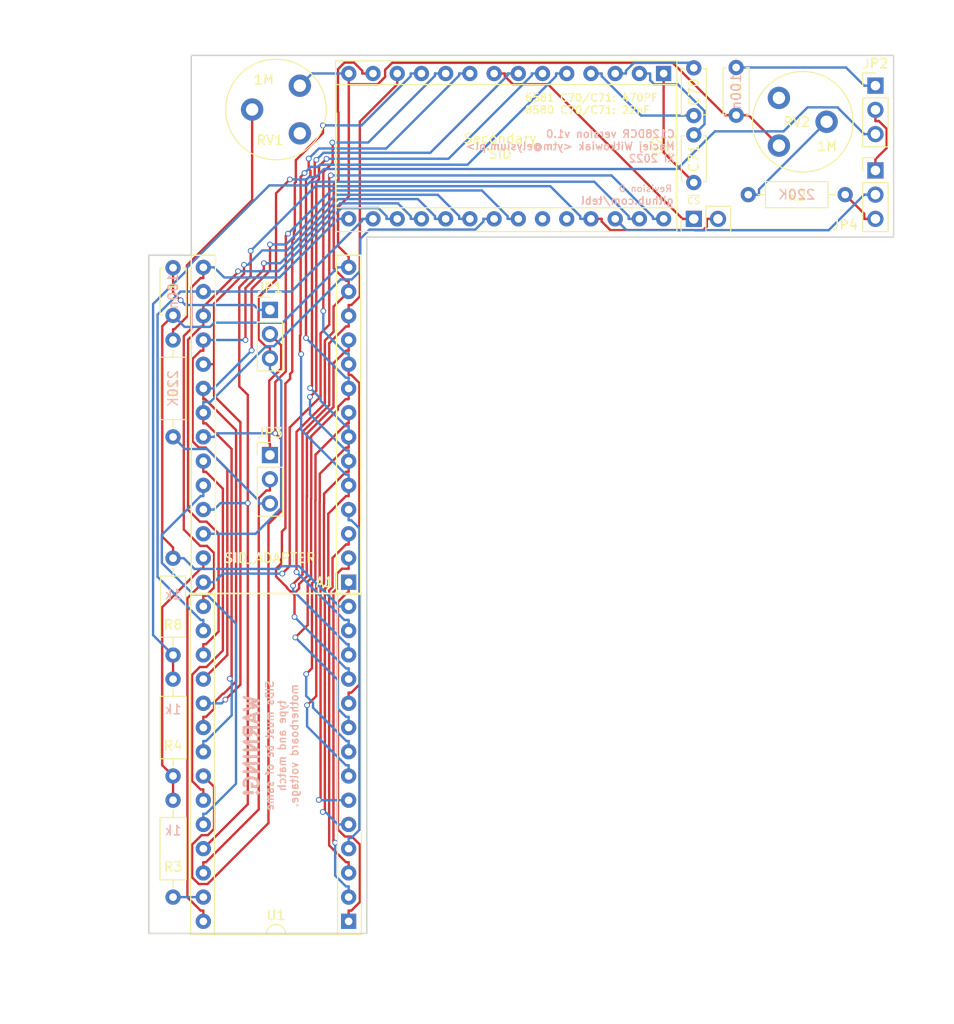
<source format=kicad_pcb>
(kicad_pcb (version 20211014) (generator pcbnew)
  (title_block (title "C128DCR DualSID") (date "2022-11-19") (rev "D"))
  (layers (0 "F.Cu" signal) (31 "B.Cu" signal) (34 "B.Paste" user) (35 "F.Paste" user) (36 "B.SilkS" user "B.Silkscreen") (37 "F.SilkS" user "F.Silkscreen") (38 "B.Mask" user) (39 "F.Mask" user) (44 "Edge.Cuts" user))
  (net 0 "")
  (net 1 "/CAP_1A")
  (net 2 "/D6")
  (net 3 "/CAP_1B")
  (net 4 "/D7")
  (net 5 "/CAP_2A")
  (net 6 "/POT_Y")
  (net 7 "/CAP_2B")
  (net 8 "/POT_X")
  (net 9 "/~{RESET}")
  (net 10 "VCC")
  (net 11 "/Phi2")
  (net 12 "/EXT_IN")
  (net 13 "VDD")
  (net 14 "/A0")
  (net 15 "/A1")
  (net 16 "/A2")
  (net 17 "/A3")
  (net 18 "/A4")
  (net 19 "GND")
  (net 20 "/D0")
  (net 21 "/D1")
  (net 22 "/D2")
  (net 23 "/D3")
  (net 24 "/D4")
  (net 25 "/D5")
  (net 26 "Net-(C70-Pad1)")
  (net 27 "Net-(C70-Pad2)")
  (net 28 "Net-(C71-Pad1)")
  (net 29 "Net-(C71-Pad2)")
  (net 30 "R{slash}~{W}")
  (net 31 "EXT_IN1")
  (net 34 "~{CS1_IN}")
  (net 35 "~{CS2_IN}")
  (net 36 "EXT_IN2")
  (net 37 "AUD_OUT")
  (net 38 "AUD_R")
  (net 39 "AUD_L")
  (net 40 "Net-(JP3-Pad1)")
  (net 41 "Net-(JP2-Pad1)")
  (net 42 "Net-(JP2-Pad2)")
  (net 43 "Net-(R1-Pad1)")
  (net 44 "Net-(JP4-Pad3)")
  (net 45 "Net-(R1-Pad2)")
  (net 46 "Net-(R2-Pad2)")
  (net 49 "Net-(C1-Pad1)")
  (footprint "MOS_6581:MOS_6581_Adapter" (layer "F.Cu") (at 121.92 123.19 180)
    (fp_text reference "A1")
    (fp_text value "SID_ADAPTER")
  )
  (footprint "Capacitors_THT:C_Disc_D4.7mm_W2.5mm_P5.00mm" (layer "F.Cu") (at 158.115 69.255 -90)
    (fp_text reference "C70")
    (fp_text value "470pF*")
  )
  (footprint "Capacitors_THT:C_Disc_D4.7mm_W2.5mm_P5.00mm" (layer "F.Cu") (at 158.115 81.28 90)
    (fp_text reference "C71")
    (fp_text value "470pF*")
  )
  (footprint "Resistors_THT:R_Axial_DIN0207_L6.3mm_D2.5mm_P10.16mm_Horizontal" (layer "F.Cu") (at 103.505 130.83 90)
    (fp_text reference "R8")
    (fp_text value "1k")
  )
  (footprint "Housings_DIP:DIP-28_W15.24mm_Socket" (layer "F.Cu") (at 121.92 158.75 180)
    (fp_text reference "U1")
    (fp_text value "MOS_6581")
  )
  (footprint "Housings_DIP:DIP-28_W15.24mm_Socket" (layer "F.Cu") (at 154.955 69.845 -90)
    (fp_text reference "U2")
    (fp_text value "MOS_6581")
  )
  (footprint "Pin_Headers:Pin_Header_Straight_1x02_Pitch2.54mm" (layer "F.Cu") (at 158.115 85.09 90)
    (fp_text reference "J4")
    (fp_text value "~{CS}")
  )
  (footprint "Connector_PinHeader_2.54mm:PinHeader_1x03_P2.54mm_Vertical" (layer "F.Cu") (at 113.665 94.63)
    (fp_text reference "JP1")
    (fp_text value "SEL1_Noise_reduction")
  )
  (footprint "Resistor_THT:R_Axial_DIN0207_L6.3mm_D2.5mm_P10.16mm_Horizontal" (layer "F.Cu") (at 103.505 107.95 90)
    (fp_text reference "R1")
    (fp_text value "220K")
  )
  (footprint "Resistor_THT:R_Axial_DIN0207_L6.3mm_D2.5mm_P10.16mm_Horizontal" (layer "F.Cu") (at 173.99 82.55 180)
    (fp_text reference "R2")
    (fp_text value "220K")
  )
  (footprint "Resistor_THT:R_Axial_DIN0207_L6.3mm_D2.5mm_P10.16mm_Horizontal" (layer "F.Cu") (at 103.505 146.05 -90)
    (fp_text reference "R3")
    (fp_text value "1k")
  )
  (footprint "Resistor_THT:R_Axial_DIN0207_L6.3mm_D2.5mm_P10.16mm_Horizontal" (layer "F.Cu") (at 103.505 143.51 90)
    (fp_text reference "R4")
    (fp_text value "1k")
  )
  (footprint "Potentiometer_THT:Potentiometer_Piher_PT-10-V05_Vertical" (layer "F.Cu") (at 116.8 71.12 180)
    (fp_text reference "RV1")
    (fp_text value "1M")
  )
  (footprint "Connector_PinHeader_2.54mm:PinHeader_1x03_P2.54mm_Vertical" (layer "F.Cu") (at 113.665 109.855)
    (fp_text reference "JP3")
    (fp_text value "SEL1_digitboost")
  )
  (footprint "Connector_PinHeader_2.54mm:PinHeader_1x03_P2.54mm_Vertical" (layer "F.Cu") (at 177.165 71.12)
    (fp_text reference "JP2")
    (fp_text value "SEL2_Noise_reduction")
  )
  (footprint "Capacitor_THT:C_Disc_D4.7mm_W2.5mm_P5.00mm" (layer "F.Cu") (at 162.56 69.215 -90)
    (fp_text reference "C2")
    (fp_text value "100n")
  )
  (footprint "MountingHole:MountingHole_2.5mm" (layer "F.Cu") (at 161.925 78.105)
    (fp_text reference "REF1")
    (fp_text value "MountingHole_2.5mm" hide)
  )
  (footprint "Capacitor_THT:C_Disc_D4.7mm_W2.5mm_P5.00mm" (layer "F.Cu") (at 103.505 90.21 -90)
    (fp_text reference "C1")
    (fp_text value "100n")
  )
  (footprint "MountingHole:MountingHole_2.5mm" (layer "F.Cu") (at 114.3 154.94)
    (fp_text reference "REF2")
    (fp_text value "MountingHole_2.5mm" hide)
  )
  (footprint "Connector_PinHeader_2.54mm:PinHeader_1x03_P2.54mm_Vertical" (layer "F.Cu") (at 177.165 80.01)
    (fp_text reference "JP4")
    (fp_text value "SEL2_digitboost")
  )
  (footprint "Potentiometer_THT:Potentiometer_Piher_PT-10-V05_Vertical" (layer "F.Cu") (at 167.045 77.405)
    (fp_text reference "RV2")
    (fp_text value "1M")
  )
  (gr_line (start 105.41 88.9) (end 105.41 67.945) (layer "Edge.Cuts") (width 0.15))
  (gr_line (start 179.07 86.995) (end 179.07 67.945) (layer "Edge.Cuts") (width 0.15))
  (gr_line (start 179.07 67.945) (end 105.41 67.945) (layer "Edge.Cuts") (width 0.15))
  (gr_line (start 100.965 160.02) (end 100.965 88.9) (layer "Edge.Cuts") (width 0.15))
  (gr_line (start 100.965 88.9) (end 105.41 88.9) (layer "Edge.Cuts") (width 0.15))
  (gr_line (start 123.825 160.02) (end 123.825 86.995) (layer "Edge.Cuts") (width 0.15))
  (gr_line (start 123.825 160.02) (end 100.965 160.02) (layer "Edge.Cuts") (width 0.15))
  (gr_line (start 123.825 86.995) (end 179.07 86.995) (layer "Edge.Cuts") (width 0.15))
  (gr_text "github.com/tebl" (at 151.13 83.185) (layer "B.SilkS") (effects (font (size 0.8 0.8)) (justify mirror)))
  (gr_text "WARNING!" (at 111.76 140.335 90) (layer "B.SilkS") (effects (font (size 1.5 1.5) (thickness 0.3)) (justify mirror)))
  (gr_text "Revision D" (at 153.035 81.915) (layer "B.SilkS") (effects (font (size 0.7 0.7) (thickness 0.1)) (justify mirror)))
  (gr_text "C128DCR version v1.0\nMaciej Witkowiak <ytm@elysium.pl>\nXI 2022" (at 156.21 77.47) (layer "B.SilkS") (effects (font (size 0.8 0.8)) (justify left mirror)))
  (gr_text "SIDs must be of same\ntype and match\nmotherboard voltage." (at 114.935 140.335 90) (layer "B.SilkS") (effects (font (size 0.8 0.8)) (justify mirror)))
  (gr_text "Secondary\nSID" (at 137.795 77.47) (layer "F.SilkS") (effects (font (size 1 1))))
  (gr_text "6581 C70/C71: 470PF\n8580 C70/C71: 22nF" (at 140.335 73.025) (layer "F.SilkS") (effects (font (size 0.8 0.8)) (justify left)))
  (segment (start 121.7272 124.3153) (end 121.92 124.3153) (width 0.25) (layer "F.Cu") (net 1))
  (segment (start 120.7947 125.2478) (end 121.7272 124.3153) (width 0.25) (layer "F.Cu") (net 1))
  (segment (start 120.7947 149.126) (end 120.7947 125.2478) (width 0.25) (layer "F.Cu") (net 1))
  (segment (start 121.92 123.19) (end 121.92 124.3153) (width 0.25) (layer "F.Cu") (net 1))
  (segment (start 121.5287 149.86) (end 120.7947 149.126) (width 0.25) (layer "F.Cu") (net 1))
  (segment (start 123.0897 150.694) (end 122.2557 149.86) (width 0.25) (layer "F.Cu") (net 1))
  (segment (start 122.2557 149.86) (end 121.5287 149.86) (width 0.25) (layer "F.Cu") (net 1))
  (segment (start 122.2013 157.6247) (end 123.0897 156.7363) (width 0.25) (layer "F.Cu") (net 1))
  (segment (start 121.92 158.75) (end 121.92 157.6247) (width 0.25) (layer "F.Cu") (net 1))
  (segment (start 123.0897 156.7363) (end 123.0897 150.694) (width 0.25) (layer "F.Cu") (net 1))
  (segment (start 121.92 157.6247) (end 122.2013 157.6247) (width 0.25) (layer "F.Cu") (net 1))
  (segment (start 106.9613 106.5353) (end 109.6442 109.2182) (width 0.25) (layer "F.Cu") (net 2))
  (segment (start 109.6442 133.1122) (end 109.4552 133.3012) (width 0.25) (layer "F.Cu") (net 2))
  (segment (start 106.68 106.5353) (end 106.9613 106.5353) (width 0.25) (layer "F.Cu") (net 2))
  (segment (start 109.6442 109.2182) (end 109.6442 133.1122) (width 0.25) (layer "F.Cu") (net 2))
  (segment (start 106.68 105.41) (end 106.68 106.5353) (width 0.25) (layer "F.Cu") (net 2))
  (via (at 109.4552 133.3012) (size 0.6) (drill 0.4) (layers "F.Cu" "B.Cu") (net 2))
  (segment (start 106.9613 139.8447) (end 109.6535 137.1525) (width 0.25) (layer "B.Cu") (net 2))
  (segment (start 106.68 105.41) (end 106.68 104.2847) (width 0.25) (layer "B.Cu") (net 2))
  (segment (start 122.242 91.44) (end 121.0748 91.44) (width 0.25) (layer "B.Cu") (net 2))
  (segment (start 114.0748 98.44) (end 113.2567 98.44) (width 0.25) (layer "B.Cu") (net 2))
  (segment (start 106.68 140.97) (end 106.68 139.8447) (width 0.25) (layer "B.Cu") (net 2))
  (segment (start 136.0497 85.085) (end 136.0497 85.3664) (width 0.25) (layer "B.Cu") (net 2))
  (segment (start 107.412 104.2847) (end 106.68 104.2847) (width 0.25) (layer "B.Cu") (net 2))
  (segment (start 135.2058 86.2103) (end 124.1172 86.2103) (width 0.25) (layer "B.Cu") (net 2))
  (segment (start 137.175 85.085) (end 136.0497 85.085) (width 0.25) (layer "B.Cu") (net 2))
  (segment (start 113.2567 98.44) (end 107.412 104.2847) (width 0.25) (layer "B.Cu") (net 2))
  (segment (start 123.1431 87.1844) (end 123.1431 90.5389) (width 0.25) (layer "B.Cu") (net 2))
  (segment (start 109.6535 133.4995) (end 109.4552 133.3012) (width 0.25) (layer "B.Cu") (net 2))
  (segment (start 123.1431 90.5389) (end 122.242 91.44) (width 0.25) (layer "B.Cu") (net 2))
  (segment (start 124.1172 86.2103) (end 123.1431 87.1844) (width 0.25) (layer "B.Cu") (net 2))
  (segment (start 136.0497 85.3664) (end 135.2058 86.2103) (width 0.25) (layer "B.Cu") (net 2))
  (segment (start 109.6535 137.1525) (end 109.6535 133.4995) (width 0.25) (layer "B.Cu") (net 2))
  (segment (start 106.68 139.8447) (end 106.9613 139.8447) (width 0.25) (layer "B.Cu") (net 2))
  (segment (start 121.0748 91.44) (end 114.0748 98.44) (width 0.25) (layer "B.Cu") (net 2))
  (segment (start 120.6819 122.31) (end 121.2166 121.7753) (width 0.25) (layer "F.Cu") (net 3))
  (segment (start 120.5063 150.5008) (end 120.3251 150.3196) (width 0.25) (layer "F.Cu") (net 3))
  (segment (start 121.92 120.65) (end 121.92 121.7753) (width 0.25) (layer "F.Cu") (net 3))
  (segment (start 120.3251 124.2404) (end 120.6819 123.8836) (width 0.25) (layer "F.Cu") (net 3))
  (segment (start 121.2166 121.7753) (end 121.92 121.7753) (width 0.25) (layer "F.Cu") (net 3))
  (segment (start 120.3251 150.3196) (end 120.3251 124.2404) (width 0.25) (layer "F.Cu") (net 3))
  (segment (start 120.6819 123.8836) (end 120.6819 122.31) (width 0.25) (layer "F.Cu") (net 3))
  (via (at 120.5063 150.5008) (size 0.6) (drill 0.4) (layers "F.Cu" "B.Cu") (net 3))
  (segment (start 121.92 155.0847) (end 121.6387 155.0847) (width 0.25) (layer "B.Cu") (net 3))
  (segment (start 120.5063 153.9523) (end 120.5063 150.5008) (width 0.25) (layer "B.Cu") (net 3))
  (segment (start 121.6387 155.0847) (end 120.5063 153.9523) (width 0.25) (layer "B.Cu") (net 3))
  (segment (start 121.92 156.21) (end 121.92 155.0847) (width 0.25) (layer "B.Cu") (net 3))
  (segment (start 107.8054 149.0586) (end 107.1486 149.7154) (width 0.25) (layer "F.Cu") (net 4))
  (segment (start 106.68 143.51) (end 107.8054 144.6354) (width 0.25) (layer "F.Cu") (net 4))
  (segment (start 114.8403 115.7561) (end 114.8403 108.188) (width 0.25) (layer "F.Cu") (net 4))
  (segment (start 113.5094 148.4506) (end 113.5094 117.087) (width 0.25) (layer "F.Cu") (net 4))
  (segment (start 106.2059 154.8401) (end 107.1199 154.8401) (width 0.25) (layer "F.Cu") (net 4))
  (segment (start 105.5065 154.1407) (end 106.2059 154.8401) (width 0.25) (layer "F.Cu") (net 4))
  (segment (start 114.2268 102.192) (end 114.2268 107.5745) (width 0.25) (layer "F.Cu") (net 4))
  (segment (start 115.3308 101.088) (end 114.2268 102.192) (width 0.25) (layer "F.Cu") (net 4))
  (segment (start 115.5593 86.6422) (end 115.3308 86.8707) (width 0.25) (layer "F.Cu") (net 4))
  (segment (start 114.8403 108.188) (end 114.2268 107.5745) (width 0.25) (layer "F.Cu") (net 4))
  (segment (start 106.4946 149.7154) (end 105.5065 150.7035) (width 0.25) (layer "F.Cu") (net 4))
  (segment (start 107.1199 154.8401) (end 113.5094 148.4506) (width 0.25) (layer "F.Cu") (net 4))
  (segment (start 107.8054 144.6354) (end 107.8054 149.0586) (width 0.25) (layer "F.Cu") (net 4))
  (segment (start 107.1486 149.7154) (end 106.4946 149.7154) (width 0.25) (layer "F.Cu") (net 4))
  (segment (start 113.5094 117.087) (end 114.8403 115.7561) (width 0.25) (layer "F.Cu") (net 4))
  (segment (start 105.5065 150.7035) (end 105.5065 154.1407) (width 0.25) (layer "F.Cu") (net 4))
  (segment (start 115.3308 86.8707) (end 115.3308 101.088) (width 0.25) (layer "F.Cu") (net 4))
  (via (at 115.5593 86.6422) (size 0.6) (drill 0.4) (layers "F.Cu" "B.Cu") (net 4))
  (via (at 114.2268 107.5745) (size 0.6) (drill 0.4) (layers "F.Cu" "B.Cu") (net 4))
  (segment (start 106.68 107.95) (end 107.8053 107.95) (width 0.25) (layer "B.Cu") (net 4))
  (segment (start 139.715 85.085) (end 138.5897 85.085) (width 0.25) (layer "B.Cu") (net 4))
  (segment (start 114.2268 107.5745) (end 108.1808 107.5745) (width 0.25) (layer "B.Cu") (net 4))
  (segment (start 135.8967 82.1107) (end 138.5897 84.8037) (width 0.25) (layer "B.Cu") (net 4))
  (segment (start 108.1808 107.5745) (end 107.8053 107.95) (width 0.25) (layer "B.Cu") (net 4))
  (segment (start 115.5593 86.6422) (end 120.0908 82.1107) (width 0.25) (layer "B.Cu") (net 4))
  (segment (start 138.5897 84.8037) (end 138.5897 85.085) (width 0.25) (layer "B.Cu") (net 4))
  (segment (start 120.0908 82.1107) (end 135.8967 82.1107) (width 0.25) (layer "B.Cu") (net 4))
  (segment (start 120.2316 120.6424) (end 121.6387 119.2353) (width 0.25) (layer "F.Cu") (net 5))
  (segment (start 121.92 118.11) (end 121.92 119.2353) (width 0.25) (layer "F.Cu") (net 5))
  (segment (start 121.6387 152.5447) (end 119.8748 150.7808) (width 0.25) (layer "F.Cu") (net 5))
  (segment (start 120.2316 123.697) (end 120.2316 120.6424) (width 0.25) (layer "F.Cu") (net 5))
  (segment (start 119.8748 150.7808) (end 119.8748 124.0538) (width 0.25) (layer "F.Cu") (net 5))
  (segment (start 121.92 152.5447) (end 121.6387 152.5447) (width 0.25) (layer "F.Cu") (net 5))
  (segment (start 121.92 153.67) (end 121.92 152.5447) (width 0.25) (layer "F.Cu") (net 5))
  (segment (start 119.8748 124.0538) (end 120.2316 123.697) (width 0.25) (layer "F.Cu") (net 5))
  (segment (start 121.6387 119.2353) (end 121.92 119.2353) (width 0.25) (layer "F.Cu") (net 5))
  (segment (start 108.7281 113.3821) (end 108.7281 130.354) (width 0.25) (layer "F.Cu") (net 6))
  (segment (start 108.7281 130.354) (end 107.0021 132.08) (width 0.25) (layer "F.Cu") (net 6))
  (segment (start 106.3141 132.08) (end 105.5063 132.8878) (width 0.25) (layer "F.Cu") (net 6))
  (segment (start 106.3987 144.9247) (end 106.68 144.9247) (width 0.25) (layer "F.Cu") (net 6))
  (segment (start 106.68 110.49) (end 106.68 111.6153) (width 0.25) (layer "F.Cu") (net 6))
  (segment (start 106.68 111.6153) (end 106.9613 111.6153) (width 0.25) (layer "F.Cu") (net 6))
  (segment (start 105.5063 132.8878) (end 105.5063 144.0323) (width 0.25) (layer "F.Cu") (net 6))
  (segment (start 105.5063 144.0323) (end 106.3987 144.9247) (width 0.25) (layer "F.Cu") (net 6))
  (segment (start 106.9613 111.6153) (end 108.7281 113.3821) (width 0.25) (layer "F.Cu") (net 6))
  (segment (start 107.0021 132.08) (end 106.3141 132.08) (width 0.25) (layer "F.Cu") (net 6))
  (segment (start 106.68 146.05) (end 106.68 144.9247) (width 0.25) (layer "F.Cu") (net 6))
  (segment (start 121.92 115.57) (end 121.92 116.6953) (width 0.25) (layer "B.Cu") (net 7))
  (segment (start 121.92 151.13) (end 121.92 150.0047) (width 0.25) (layer "B.Cu") (net 7))
  (segment (start 123.0453 149.1607) (end 123.0453 117.5392) (width 0.25) (layer "B.Cu") (net 7))
  (segment (start 122.2013 150.0047) (end 123.0453 149.1607) (width 0.25) (layer "B.Cu") (net 7))
  (segment (start 121.92 150.0047) (end 122.2013 150.0047) (width 0.25) (layer "B.Cu") (net 7))
  (segment (start 123.0453 117.5392) (end 122.2014 116.6953) (width 0.25) (layer "B.Cu") (net 7))
  (segment (start 122.2014 116.6953) (end 121.92 116.6953) (width 0.25) (layer "B.Cu") (net 7))
  (segment (start 106.3987 114.1553) (end 106.68 114.1553) (width 0.25) (layer "B.Cu") (net 8))
  (segment (start 102.3309 118.2231) (end 106.3987 114.1553) (width 0.25) (layer "B.Cu") (net 8))
  (segment (start 110.1066 144.3194) (end 110.1066 127.5409) (width 0.25) (layer "B.Cu") (net 8))
  (segment (start 102.3309 121.164) (end 102.3309 118.2231) (width 0.25) (layer "B.Cu") (net 8))
  (segment (start 106.68 113.03) (end 106.68 114.1553) (width 0.25) (layer "B.Cu") (net 8))
  (segment (start 106.9613 147.4647) (end 110.1066 144.3194) (width 0.25) (layer "B.Cu") (net 8))
  (segment (start 106.68 148.59) (end 106.68 147.4647) (width 0.25) (layer "B.Cu") (net 8))
  (segment (start 110.1066 127.5409) (end 107.0257 124.46) (width 0.25) (layer "B.Cu") (net 8))
  (segment (start 105.6269 124.46) (end 102.3309 121.164) (width 0.25) (layer "B.Cu") (net 8))
  (segment (start 107.0257 124.46) (end 105.6269 124.46) (width 0.25) (layer "B.Cu") (net 8))
  (segment (start 106.68 147.4647) (end 106.9613 147.4647) (width 0.25) (layer "B.Cu") (net 8))
  (segment (start 116.8845 80.6864) (end 116.8845 97.2574) (width 0.25) (layer "F.Cu") (net 9))
  (segment (start 116.8241 99.1601) (end 116.9355 99.2715) (width 0.25) (layer "F.Cu") (net 9))
  (segment (start 117.2876 80.2833) (end 116.8845 80.6864) (width 0.25) (layer "F.Cu") (net 9))
  (segment (start 121.92 113.03) (end 121.92 114.1553) (width 0.25) (layer "F.Cu") (net 9))
  (segment (start 119.7813 116.0126) (end 121.6386 114.1553) (width 0.25) (layer "F.Cu") (net 9))
  (segment (start 121.6386 114.1553) (end 121.92 114.1553) (width 0.25) (layer "F.Cu") (net 9))
  (segment (start 119.4245 123.8672) (end 119.7813 123.5104) (width 0.25) (layer "F.Cu") (net 9))
  (segment (start 116.8241 97.3178) (end 116.8241 99.1601) (width 0.25) (layer "F.Cu") (net 9))
  (segment (start 119.2109 147.2816) (end 119.4245 147.068) (width 0.25) (layer "F.Cu") (net 9))
  (segment (start 119.4245 147.068) (end 119.4245 123.8672) (width 0.25) (layer "F.Cu") (net 9))
  (segment (start 119.7813 123.5104) (end 119.7813 116.0126) (width 0.25) (layer "F.Cu") (net 9))
  (segment (start 116.8845 97.2574) (end 116.8241 97.3178) (width 0.25) (layer "F.Cu") (net 9))
  (via (at 119.2109 147.2816) (size 0.6) (drill 0.4) (layers "F.Cu" "B.Cu") (net 9))
  (via (at 117.2876 80.2833) (size 0.6) (drill 0.4) (layers "F.Cu" "B.Cu") (net 9))
  (via (at 116.9355 99.2715) (size 0.6) (drill 0.4) (layers "F.Cu" "B.Cu") (net 9))
  (segment (start 134.3871 79.4089) (end 143.6697 70.1263) (width 0.25) (layer "B.Cu") (net 9))
  (segment (start 144.795 69.845) (end 143.6697 69.845) (width 0.25) (layer "B.Cu") (net 9))
  (segment (start 120.7947 148.59) (end 119.4863 147.2816) (width 0.25) (layer "B.Cu") (net 9))
  (segment (start 121.6387 111.9047) (end 121.92 111.9047) (width 0.25) (layer "B.Cu") (net 9))
  (segment (start 117.2876 80.2833) (end 117.9367 79.6342) (width 0.25) (layer "B.Cu") (net 9))
  (segment (start 121.92 148.59) (end 120.7947 148.59) (width 0.25) (layer "B.Cu") (net 9))
  (segment (start 116.9355 107.2015) (end 121.6387 111.9047) (width 0.25) (layer "B.Cu") (net 9))
  (segment (start 117.9367 79.6342) (end 118.6837 79.6342) (width 0.25) (layer "B.Cu") (net 9))
  (segment (start 121.92 113.03) (end 121.92 111.9047) (width 0.25) (layer "B.Cu") (net 9))
  (segment (start 118.909 79.4089) (end 134.3871 79.4089) (width 0.25) (layer "B.Cu") (net 9))
  (segment (start 116.9355 99.2715) (end 116.9355 107.2015) (width 0.25) (layer "B.Cu") (net 9))
  (segment (start 143.6697 70.1263) (end 143.6697 69.845) (width 0.25) (layer "B.Cu") (net 9))
  (segment (start 118.6837 79.6342) (end 118.909 79.4089) (width 0.25) (layer "B.Cu") (net 9))
  (segment (start 119.4863 147.2816) (end 119.2109 147.2816) (width 0.25) (layer "B.Cu") (net 9))
  (segment (start 159.1025 86.2752) (end 149.3692 86.2752) (width 0.25) (layer "F.Cu") (net 10))
  (segment (start 110.4493 102.6557) (end 111.3443 103.5507) (width 0.25) (layer "F.Cu") (net 10))
  (segment (start 159.4797 85.898) (end 159.1025 86.2752) (width 0.25) (layer "F.Cu") (net 10))
  (segment (start 147.335 85.085) (end 148.4603 85.085) (width 0.25) (layer "F.Cu") (net 10))
  (segment (start 149.3692 86.2752) (end 148.4603 85.3663) (width 0.25) (layer "F.Cu") (net 10))
  (segment (start 110.4493 92.2541) (end 110.4493 102.6557) (width 0.25) (layer "F.Cu") (net 10))
  (segment (start 106.68 151.13) (end 111.3443 146.4657) (width 0.25) (layer "F.Cu") (net 10))
  (segment (start 160.655 85.09) (end 159.4797 85.09) (width 0.25) (layer "F.Cu") (net 10))
  (segment (start 111.3443 103.5507) (end 111.3443 114.8979) (width 0.25) (layer "F.Cu") (net 10))
  (segment (start 111.6456 91.0578) (end 110.4493 92.2541) (width 0.25) (layer "F.Cu") (net 10))
  (segment (start 111.6456 88.4398) (end 111.6456 91.0578) (width 0.25) (layer "F.Cu") (net 10))
  (segment (start 111.3443 146.4657) (end 111.3443 114.8979) (width 0.25) (layer "F.Cu") (net 10))
  (segment (start 148.4603 85.3663) (end 148.4603 85.085) (width 0.25) (layer "F.Cu") (net 10))
  (segment (start 159.4797 85.09) (end 159.4797 85.898) (width 0.25) (layer "F.Cu") (net 10))
  (via (at 111.3443 114.8979) (size 0.6) (drill 0.4) (layers "F.Cu" "B.Cu") (net 10))
  (via (at 111.6456 88.4398) (size 0.6) (drill 0.4) (layers "F.Cu" "B.Cu") (net 10))
  (segment (start 146.2097 84.8037) (end 143.0664 81.6604) (width 0.25) (layer "B.Cu") (net 10))
  (segment (start 118.425 81.6604) (end 111.6456 88.4398) (width 0.25) (layer "B.Cu") (net 10))
  (segment (start 106.68 115.57) (end 107.8053 115.57) (width 0.25) (layer "B.Cu") (net 10))
  (segment (start 146.2097 85.085) (end 146.2097 84.8037) (width 0.25) (layer "B.Cu") (net 10))
  (segment (start 111.3443 114.8979) (end 108.4774 114.8979) (width 0.25) (layer "B.Cu") (net 10))
  (segment (start 147.335 85.085) (end 146.2097 85.085) (width 0.25) (layer "B.Cu") (net 10))
  (segment (start 108.4774 114.8979) (end 107.8053 115.57) (width 0.25) (layer "B.Cu") (net 10))
  (segment (start 143.0664 81.6604) (end 118.425 81.6604) (width 0.25) (layer "B.Cu") (net 10))
  (segment (start 121.6387 111.6153) (end 121.92 111.6153) (width 0.25) (layer "F.Cu") (net 11))
  (segment (start 118.8135 79.57) (end 118.8135 80.9156) (width 0.25) (layer "F.Cu") (net 11))
  (segment (start 119.3437 113.9103) (end 121.6387 111.6153) (width 0.25) (layer "F.Cu") (net 11))
  (segment (start 119.331 114.9804) (end 119.3437 114.9677) (width 0.25) (layer "F.Cu") (net 11))
  (segment (start 119.331 123.3238) (end 119.331 114.9804) (width 0.25) (layer "F.Cu") (net 11))
  (segment (start 118.8135 80.9156) (end 118.5251 81.204) (width 0.25) (layer "F.Cu") (net 11))
  (segment (start 118.7864 146.0232) (end 118.9742 145.8354) (width 0.25) (layer "F.Cu") (net 11))
  (segment (start 119.6 78.7835) (end 118.8135 79.57) (width 0.25) (layer "F.Cu") (net 11))
  (segment (start 118.5251 81.204) (end 118.5251 103.0966) (width 0.25) (layer "F.Cu") (net 11))
  (segment (start 118.9742 123.6806) (end 119.331 123.3238) (width 0.25) (layer "F.Cu") (net 11))
  (segment (start 121.92 110.49) (end 121.92 111.6153) (width 0.25) (layer "F.Cu") (net 11))
  (segment (start 118.9742 145.8354) (end 118.9742 123.6806) (width 0.25) (layer "F.Cu") (net 11))
  (segment (start 119.3437 114.9677) (end 119.3437 113.9103) (width 0.25) (layer "F.Cu") (net 11))
  (segment (start 118.5251 103.0966) (end 117.8666 103.7551) (width 0.25) (layer "F.Cu") (net 11))
  (via (at 118.7864 146.0232) (size 0.6) (drill 0.4) (layers "F.Cu" "B.Cu") (net 11))
  (via (at 117.8666 103.7551) (size 0.6) (drill 0.4) (layers "F.Cu" "B.Cu") (net 11))
  (via (at 119.6 78.7835) (size 0.6) (drill 0.4) (layers "F.Cu" "B.Cu") (net 11))
  (segment (start 121.6387 109.3647) (end 117.8666 105.5926) (width 0.25) (layer "B.Cu") (net 11))
  (segment (start 121.92 146.05) (end 120.7947 146.05) (width 0.25) (layer "B.Cu") (net 11))
  (segment (start 120.7947 146.05) (end 118.8132 146.05) (width 0.25) (layer "B.Cu") (net 11))
  (segment (start 118.8132 146.05) (end 118.7864 146.0232) (width 0.25) (layer "B.Cu") (net 11))
  (segment (start 141.1297 70.0495) (end 132.3957 78.7835) (width 0.25) (layer "B.Cu") (net 11))
  (segment (start 142.255 69.845) (end 141.1297 69.845) (width 0.25) (layer "B.Cu") (net 11))
  (segment (start 132.3957 78.7835) (end 119.6 78.7835) (width 0.25) (layer "B.Cu") (net 11))
  (segment (start 117.8666 105.5926) (end 117.8666 103.7551) (width 0.25) (layer "B.Cu") (net 11))
  (segment (start 121.92 109.3647) (end 121.6387 109.3647) (width 0.25) (layer "B.Cu") (net 11))
  (segment (start 141.1297 69.845) (end 141.1297 70.0495) (width 0.25) (layer "B.Cu") (net 11))
  (segment (start 121.92 110.49) (end 121.92 109.3647) (width 0.25) (layer "B.Cu") (net 11))
  (segment (start 114.3055 91.4723) (end 114.3055 82.4065) (width 0.25) (layer "F.Cu") (net 12))
  (segment (start 112.4738 97.7108) (end 112.4738 93.304) (width 0.25) (layer "F.Cu") (net 12))
  (segment (start 112.4738 93.304) (end 114.3055 91.4723) (width 0.25) (layer "F.Cu") (net 12))
  (segment (start 113.2977 98.5347) (end 112.4738 97.7108) (width 0.25) (layer "F.Cu") (net 12))
  (segment (start 114.3055 82.4065) (end 115.7578 80.9542) (width 0.25) (layer "F.Cu") (net 12))
  (segment (start 113.665 98.5347) (end 113.2977 98.5347) (width 0.25) (layer "F.Cu") (net 12))
  (segment (start 113.665 99.71) (end 113.665 98.5347) (width 0.25) (layer "F.Cu") (net 12))
  (via (at 115.7578 80.9542) (size 0.6) (drill 0.4) (layers "F.Cu" "B.Cu") (net 12))
  (segment (start 156.3829 79.8593) (end 160.3326 75.9096) (width 0.25) (layer "B.Cu") (net 12))
  (segment (start 177.165 76.2) (end 175.9897 76.2) (width 0.25) (layer "B.Cu") (net 12))
  (segment (start 160.3326 75.9096) (end 167.5358 75.9096) (width 0.25) (layer "B.Cu") (net 12))
  (segment (start 112.1523 118.11) (end 114.8535 115.4088) (width 0.25) (layer "B.Cu") (net 12))
  (segment (start 170.0498 73.3956) (end 173.1853 73.3956) (width 0.25) (layer "B.Cu") (net 12))
  (segment (start 114.8535 102.0738) (end 113.665 100.8853) (width 0.25) (layer "B.Cu") (net 12))
  (segment (start 173.1853 73.3956) (end 175.9897 76.2) (width 0.25) (layer "B.Cu") (net 12))
  (segment (start 117.7457 80.7096) (end 118.4911 80.7096) (width 0.25) (layer "B.Cu") (net 12))
  (segment (start 117.5011 80.9542) (end 117.7457 80.7096) (width 0.25) (layer "B.Cu") (net 12))
  (segment (start 167.5358 75.9096) (end 170.0498 73.3956) (width 0.25) (layer "B.Cu") (net 12))
  (segment (start 119.3414 79.8593) (end 156.3829 79.8593) (width 0.25) (layer "B.Cu") (net 12))
  (segment (start 118.4911 80.7096) (end 119.3414 79.8593) (width 0.25) (layer "B.Cu") (net 12))
  (segment (start 114.8535 115.4088) (end 114.8535 102.0738) (width 0.25) (layer "B.Cu") (net 12))
  (segment (start 113.665 99.71) (end 113.665 100.8853) (width 0.25) (layer "B.Cu") (net 12))
  (segment (start 115.7578 80.9542) (end 117.5011 80.9542) (width 0.25) (layer "B.Cu") (net 12))
  (segment (start 106.68 118.11) (end 112.1523 118.11) (width 0.25) (layer "B.Cu") (net 12))
  (segment (start 106.68 157.6247) (end 106.3987 157.6247) (width 0.25) (layer "F.Cu") (net 13))
  (segment (start 118.9754 103.7291) (end 115.741 106.9635) (width 0.25) (layer "F.Cu") (net 13))
  (segment (start 119.8862 96.1879) (end 118.9754 97.0987) (width 0.25) (layer "F.Cu") (net 13))
  (segment (start 115.741 121.5061) (end 114.9616 122.2855) (width 0.25) (layer "F.Cu") (net 13))
  (segment (start 105.0105 156.2365) (end 105.0105 124.8595) (width 0.25) (layer "F.Cu") (net 13))
  (segment (start 118.9754 97.0987) (end 118.9754 103.7291) (width 0.25) (layer "F.Cu") (net 13))
  (segment (start 106.3987 157.6247) (end 105.0105 156.2365) (width 0.25) (layer "F.Cu") (net 13))
  (segment (start 105.0105 124.8595) (end 106.68 123.19) (width 0.25) (layer "F.Cu") (net 13))
  (segment (start 119.8862 80.6913) (end 119.8862 96.1879) (width 0.25) (layer "F.Cu") (net 13))
  (segment (start 106.68 158.75) (end 106.68 157.6247) (width 0.25) (layer "F.Cu") (net 13))
  (segment (start 120.0427 80.5348) (end 119.8862 80.6913) (width 0.25) (layer "F.Cu") (net 13))
  (segment (start 115.741 106.9635) (end 115.741 121.5061) (width 0.25) (layer "F.Cu") (net 13))
  (via (at 120.0427 80.5348) (size 0.6) (drill 0.4) (layers "F.Cu" "B.Cu") (net 13))
  (via (at 114.9616 122.2855) (size 0.6) (drill 0.4) (layers "F.Cu" "B.Cu") (net 13))
  (segment (start 107.8053 123.19) (end 108.7097 122.2856) (width 0.25) (layer "B.Cu") (net 13))
  (segment (start 108.7097 122.2856) (end 114.9616 122.2856) (width 0.25) (layer "B.Cu") (net 13))
  (segment (start 154.955 85.085) (end 153.8297 85.085) (width 0.25) (layer "B.Cu") (net 13))
  (segment (start 114.9616 122.2856) (end 114.9616 122.2855) (width 0.25) (layer "B.Cu") (net 13))
  (segment (start 149.4838 80.5348) (end 120.0427 80.5348) (width 0.25) (layer "B.Cu") (net 13))
  (segment (start 106.68 123.19) (end 107.8053 123.19) (width 0.25) (layer "B.Cu") (net 13))
  (segment (start 153.8297 84.8807) (end 149.4838 80.5348) (width 0.25) (layer "B.Cu") (net 13))
  (segment (start 153.8297 85.085) (end 153.8297 84.8807) (width 0.25) (layer "B.Cu") (net 13))
  (segment (start 117.6233 127.6832) (end 117.6233 123.1208) (width 0.25) (layer "F.Cu") (net 14))
  (segment (start 117.7325 78.7695) (end 117.7325 79.8438) (width 0.25) (layer "F.Cu") (net 14))
  (segment (start 117.6233 123.1208) (end 117.9801 122.764) (width 0.25) (layer "F.Cu") (net 14))
  (segment (start 120.7947 104.8084) (end 121.6078 103.9953) (width 0.25) (layer "F.Cu") (net 14))
  (segment (start 117.9928 114.4079) (end 117.9928 107.8815) (width 0.25) (layer "F.Cu") (net 14))
  (segment (start 120.7947 105.0796) (end 120.7947 104.8084) (width 0.25) (layer "F.Cu") (net 14))
  (segment (start 121.92 102.87) (end 121.92 103.9953) (width 0.25) (layer "F.Cu") (net 14))
  (segment (start 117.9129 80.0242) (end 117.9129 80.5424) (width 0.25) (layer "F.Cu") (net 14))
  (segment (start 117.9129 80.5424) (end 117.4494 81.0059) (width 0.25) (layer "F.Cu") (net 14))
  (segment (start 116.3288 128.9777) (end 117.6233 127.6832) (width 0.25) (layer "F.Cu") (net 14))
  (segment (start 117.9801 122.764) (end 117.9801 114.4206) (width 0.25) (layer "F.Cu") (net 14))
  (segment (start 117.7325 79.8438) (end 117.9129 80.0242) (width 0.25) (layer "F.Cu") (net 14))
  (segment (start 117.4494 81.0059) (end 117.4494 97.5768) (width 0.25) (layer "F.Cu") (net 14))
  (segment (start 121.6078 103.9953) (end 121.92 103.9953) (width 0.25) (layer "F.Cu") (net 14))
  (segment (start 117.9928 107.8815) (end 120.7947 105.0796) (width 0.25) (layer "F.Cu") (net 14))
  (segment (start 117.9801 114.4206) (end 117.9928 114.4079) (width 0.25) (layer "F.Cu") (net 14))
  (via (at 117.4494 97.5768) (size 0.6) (drill 0.4) (layers "F.Cu" "B.Cu") (net 14))
  (via (at 117.7325 78.7695) (size 0.6) (drill 0.4) (layers "F.Cu" "B.Cu") (net 14))
  (via (at 116.3288 128.9777) (size 0.6) (drill 0.4) (layers "F.Cu" "B.Cu") (net 14))
  (segment (start 134.635 69.845) (end 133.5097 69.845) (width 0.25) (layer "B.Cu") (net 14))
  (segment (start 125.8547 77.7079) (end 118.7941 77.7079) (width 0.25) (layer "B.Cu") (net 14))
  (segment (start 121.92 102.87) (end 121.92 101.7447) (width 0.25) (layer "B.Cu") (net 14))
  (segment (start 120.7947 136.4608) (end 120.7947 133.4436) (width 0.25) (layer "B.Cu") (net 14))
  (segment (start 121.92 138.43) (end 121.92 137.3047) (width 0.25) (layer "B.Cu") (net 14))
  (segment (start 121.92 101.7447) (end 121.6173 101.7447) (width 0.25) (layer "B.Cu") (net 14))
  (segment (start 118.7941 77.7079) (end 117.7325 78.7695) (width 0.25) (layer "B.Cu") (net 14))
  (segment (start 121.6386 137.3047) (end 120.7947 136.4608) (width 0.25) (layer "B.Cu") (net 14))
  (segment (start 133.5097 69.845) (end 133.5097 70.0529) (width 0.25) (layer "B.Cu") (net 14))
  (segment (start 133.5097 70.0529) (end 125.8547 77.7079) (width 0.25) (layer "B.Cu") (net 14))
  (segment (start 121.6173 101.7447) (end 117.4494 97.5768) (width 0.25) (layer "B.Cu") (net 14))
  (segment (start 120.7947 133.4436) (end 116.3288 128.9777) (width 0.25) (layer "B.Cu") (net 14))
  (segment (start 121.92 137.3047) (end 121.6386 137.3047) (width 0.25) (layer "B.Cu") (net 14))
  (segment (start 123.0453 102.2992) (end 122.2014 101.4553) (width 0.25) (layer "F.Cu") (net 15))
  (segment (start 119.2638 80.1793) (end 120.2439 79.1992) (width 0.25) (layer "F.Cu") (net 15))
  (segment (start 122.2013 134.7647) (end 123.0453 133.9207) (width 0.25) (layer "F.Cu") (net 15))
  (segment (start 119.2638 94.7446) (end 119.2638 80.1793) (width 0.25) (layer "F.Cu") (net 15))
  (segment (start 121.92 135.89) (end 121.92 134.7647) (width 0.25) (layer "F.Cu") (net 15))
  (segment (start 120.2439 79.1992) (end 120.2439 77.1155) (width 0.25) (layer "F.Cu") (net 15))
  (segment (start 123.0453 133.9207) (end 123.0453 102.2992) (width 0.25) (layer "F.Cu") (net 15))
  (segment (start 122.2014 101.4553) (end 121.92 101.4553) (width 0.25) (layer "F.Cu") (net 15))
  (segment (start 120.2439 77.1155) (end 120.2109 77.0825) (width 0.25) (layer "F.Cu") (net 15))
  (segment (start 121.92 100.33) (end 121.92 101.4553) (width 0.25) (layer "F.Cu") (net 15))
  (segment (start 121.92 134.7647) (end 122.2013 134.7647) (width 0.25) (layer "F.Cu") (net 15))
  (segment (start 119.2609 94.7475) (end 119.2638 94.7446) (width 0.25) (layer "F.Cu") (net 15))
  (via (at 119.2609 94.7475) (size 0.6) (drill 0.4) (layers "F.Cu" "B.Cu") (net 15))
  (via (at 120.2109 77.0825) (size 0.6) (drill 0.4) (layers "F.Cu" "B.Cu") (net 15))
  (segment (start 121.6387 99.2047) (end 119.2609 96.8269) (width 0.25) (layer "B.Cu") (net 15))
  (segment (start 121.92 99.2047) (end 121.6387 99.2047) (width 0.25) (layer "B.Cu") (net 15))
  (segment (start 123.9747 77.0825) (end 120.2109 77.0825) (width 0.25) (layer "B.Cu") (net 15))
  (segment (start 130.9697 70.0875) (end 123.9747 77.0825) (width 0.25) (layer "B.Cu") (net 15))
  (segment (start 121.92 100.33) (end 121.92 99.2047) (width 0.25) (layer "B.Cu") (net 15))
  (segment (start 132.095 69.845) (end 130.9697 69.845) (width 0.25) (layer "B.Cu") (net 15))
  (segment (start 119.2609 96.8269) (end 119.2609 94.7475) (width 0.25) (layer "B.Cu") (net 15))
  (segment (start 130.9697 69.845) (end 130.9697 70.0875) (width 0.25) (layer "B.Cu") (net 15))
  (segment (start 117.5425 107.5997) (end 120.3328 104.8094) (width 0.25) (layer "F.Cu") (net 16))
  (segment (start 114.3087 122.5894) (end 115.472 123.7527) (width 0.25) (layer "F.Cu") (net 16))
  (segment (start 117.5298 114.234) (end 117.5424 114.2214) (width 0.25) (layer "F.Cu") (net 16))
  (segment (start 115.7812 101.3455) (end 115.7812 101.8641) (width 0.25) (layer "F.Cu") (net 16))
  (segment (start 116.7227 123.8509) (end 116.7227 123.3845) (width 0.25) (layer "F.Cu") (net 16))
  (segment (start 115.8988 124.1795) (end 116.1465 124.4271) (width 0.25) (layer "F.Cu") (net 16))
  (segment (start 117.5424 114.2214) (end 117.5424 114.1242) (width 0.25) (layer "F.Cu") (net 16))
  (segment (start 116.1846 87.164) (end 116.0064 87.3422) (width 0.25) (layer "F.Cu") (net 16))
  (segment (start 115.472 123.8132) (end 115.8383 124.1795) (width 0.25) (layer "F.Cu") (net 16))
  (segment (start 116.1846 86.4367) (end 116.1846 87.164) (width 0.25) (layer "F.Cu") (net 16))
  (segment (start 116.2423 124.523) (end 116.2423 126.8283) (width 0.25) (layer "F.Cu") (net 16))
  (segment (start 117.5298 122.5774) (end 117.5298 114.234) (width 0.25) (layer "F.Cu") (net 16))
  (segment (start 119.225 76.0911) (end 116.3831 78.933) (width 0.25) (layer "F.Cu") (net 16))
  (segment (start 117.5425 114.1241) (end 117.5425 107.5997) (width 0.25) (layer "F.Cu") (net 16))
  (segment (start 116.2745 81.3219) (end 116.2745 86.3468) (width 0.25) (layer "F.Cu") (net 16))
  (segment (start 116.1465 124.4271) (end 116.7227 123.8509) (width 0.25) (layer "F.Cu") (net 16))
  (segment (start 115.2906 102.3547) (end 115.2906 117.509) (width 0.25) (layer "F.Cu") (net 16))
  (segment (start 116.1465 124.4271) (end 116.2423 124.523) (width 0.25) (layer "F.Cu") (net 16))
  (segment (start 120.3328 100.2211) (end 121.6386 98.9153) (width 0.25) (layer "F.Cu") (net 16))
  (segment (start 116.0064 87.3422) (end 116.0064 101.1203) (width 0.25) (layer "F.Cu") (net 16))
  (segment (start 115.7812 101.8641) (end 115.2906 102.3547) (width 0.25) (layer "F.Cu") (net 16))
  (segment (start 121.92 97.79) (end 121.92 98.9153) (width 0.25) (layer "F.Cu") (net 16))
  (segment (start 114.8404 120.7721) (end 114.8404 121.2336) (width 0.25) (layer "F.Cu") (net 16))
  (segment (start 116.0064 101.1203) (end 115.7812 101.3455) (width 0.25) (layer "F.Cu") (net 16))
  (segment (start 117.5424 114.1242) (end 117.5425 114.1241) (width 0.25) (layer "F.Cu") (net 16))
  (segment (start 114.8404 121.2336) (end 114.3087 121.7653) (width 0.25) (layer "F.Cu") (net 16))
  (segment (start 120.3328 104.8094) (end 120.3328 100.2211) (width 0.25) (layer "F.Cu") (net 16))
  (segment (start 121.6386 98.9153) (end 121.92 98.9153) (width 0.25) (layer "F.Cu") (net 16))
  (segment (start 116.7227 123.3845) (end 117.5298 122.5774) (width 0.25) (layer "F.Cu") (net 16))
  (segment (start 114.9215 117.8781) (end 114.9215 120.691) (width 0.25) (layer "F.Cu") (net 16))
  (segment (start 116.2745 86.3468) (end 116.1846 86.4367) (width 0.25) (layer "F.Cu") (net 16))
  (segment (start 115.2906 117.509) (end 114.9215 117.8781) (width 0.25) (layer "F.Cu") (net 16))
  (segment (start 114.3087 121.7653) (end 114.3087 122.5894) (width 0.25) (layer "F.Cu") (net 16))
  (segment (start 116.3831 81.2133) (end 116.2745 81.3219) (width 0.25) (layer "F.Cu") (net 16))
  (segment (start 116.3831 78.933) (end 116.3831 81.2133) (width 0.25) (layer "F.Cu") (net 16))
  (segment (start 115.8383 124.1795) (end 115.8988 124.1795) (width 0.25) (layer "F.Cu") (net 16))
  (segment (start 119.225 75.284) (end 119.225 76.0911) (width 0.25) (layer "F.Cu") (net 16))
  (segment (start 115.472 123.7527) (end 115.472 123.8132) (width 0.25) (layer "F.Cu") (net 16))
  (segment (start 114.9215 120.691) (end 114.8404 120.7721) (width 0.25) (layer "F.Cu") (net 16))
  (via (at 119.225 75.284) (size 0.6) (drill 0.4) (layers "F.Cu" "B.Cu") (net 16))
  (via (at 116.2423 126.8283) (size 0.6) (drill 0.4) (layers "F.Cu" "B.Cu") (net 16))
  (segment (start 119.225 75.284) (end 123.272 75.284) (width 0.25) (layer "B.Cu") (net 16))
  (segment (start 121.92 133.35) (end 121.92 132.2247) (width 0.25) (layer "B.Cu") (net 16))
  (segment (start 128.4297 70.1263) (end 128.4297 69.845) (width 0.25) (layer "B.Cu") (net 16))
  (segment (start 121.6387 132.2247) (end 116.2423 126.8283) (width 0.25) (layer "B.Cu") (net 16))
  (segment (start 121.92 132.2247) (end 121.6387 132.2247) (width 0.25) (layer "B.Cu") (net 16))
  (segment (start 129.555 69.845) (end 128.4297 69.845) (width 0.25) (layer "B.Cu") (net 16))
  (segment (start 123.272 75.284) (end 128.4297 70.1263) (width 0.25) (layer "B.Cu") (net 16))
  (segment (start 127.015 70.9703) (end 123.0908 74.8945) (width 0.25) (layer "F.Cu") (net 17))
  (segment (start 123.0908 93.2352) (end 122.2013 94.1247) (width 0.25) (layer "F.Cu") (net 17))
  (segment (start 121.92 95.25) (end 121.92 96.3753) (width 0.25) (layer "F.Cu") (net 17))
  (segment (start 122.2013 94.1247) (end 121.92 94.1247) (width 0.25) (layer "F.Cu") (net 17))
  (segment (start 117.0795 122.3908) (end 117.0795 107.4258) (width 0.25) (layer "F.Cu") (net 17))
  (segment (start 121.6386 96.3753) (end 121.92 96.3753) (width 0.25) (layer "F.Cu") (net 17))
  (segment (start 121.92 95.25) (end 121.92 94.1247) (width 0.25) (layer "F.Cu") (net 17))
  (segment (start 119.8825 98.1314) (end 121.6386 96.3753) (width 0.25) (layer "F.Cu") (net 17))
  (segment (start 127.015 69.845) (end 127.015 70.9703) (width 0.25) (layer "F.Cu") (net 17))
  (segment (start 116.0973 123.373) (end 117.0795 122.3908) (width 0.25) (layer "F.Cu") (net 17))
  (segment (start 123.0908 74.8945) (end 123.0908 93.2352) (width 0.25) (layer "F.Cu") (net 17))
  (segment (start 119.8825 104.6228) (end 119.8825 98.1314) (width 0.25) (layer "F.Cu") (net 17))
  (segment (start 117.0795 107.4258) (end 119.8825 104.6228) (width 0.25) (layer "F.Cu") (net 17))
  (segment (start 116.0973 123.5542) (end 116.0973 123.373) (width 0.25) (layer "F.Cu") (net 17))
  (via (at 116.0973 123.5542) (size 0.6) (drill 0.4) (layers "F.Cu" "B.Cu") (net 17))
  (segment (start 121.92 130.81) (end 121.92 129.6847) (width 0.25) (layer "B.Cu") (net 17))
  (segment (start 121.92 129.6847) (end 121.709 129.6847) (width 0.25) (layer "B.Cu") (net 17))
  (segment (start 121.709 129.6847) (end 116.0973 124.073) (width 0.25) (layer "B.Cu") (net 17))
  (segment (start 116.0973 124.073) (end 116.0973 123.5542) (width 0.25) (layer "B.Cu") (net 17))
  (segment (start 123.3497 69.5637) (end 123.3497 69.845) (width 0.25) (layer "F.Cu") (net 18))
  (segment (start 120.3578 90.2856) (end 120.3578 81.4701) (width 0.25) (layer "F.Cu") (net 18))
  (segment (start 120.8582 80.9697) (end 120.8582 73.9165) (width 0.25) (layer "F.Cu") (net 18))
  (segment (start 119.4258 97.8435) (end 120.3366 96.9327) (width 0.25) (layer "F.Cu") (net 18))
  (segment (start 116.4542 107.4142) (end 119.4258 104.4426) (width 0.25) (layer "F.Cu") (net 18))
  (segment (start 120.3578 81.4701) (end 120.8582 80.9697) (width 0.25) (layer "F.Cu") (net 18))
  (segment (start 122.4847 68.6987) (end 123.3497 69.5637) (width 0.25) (layer "F.Cu") (net 18))
  (segment (start 121.92 92.71) (end 121.92 91.5847) (width 0.25) (layer "F.Cu") (net 18))
  (segment (start 121.486 68.6987) (end 122.4847 68.6987) (width 0.25) (layer "F.Cu") (net 18))
  (segment (start 124.475 69.845) (end 123.3497 69.845) (width 0.25) (layer "F.Cu") (net 18))
  (segment (start 121.6569 91.5847) (end 120.3578 90.2856) (width 0.25) (layer "F.Cu") (net 18))
  (segment (start 120.8023 69.3824) (end 121.486 68.6987) (width 0.25) (layer "F.Cu") (net 18))
  (segment (start 120.8023 73.8606) (end 120.8023 69.3824) (width 0.25) (layer "F.Cu") (net 18))
  (segment (start 120.3366 96.9327) (end 120.3366 94.2934) (width 0.25) (layer "F.Cu") (net 18))
  (segment (start 119.4258 104.4426) (end 119.4258 97.8435) (width 0.25) (layer "F.Cu") (net 18))
  (segment (start 120.8582 73.9165) (end 120.8023 73.8606) (width 0.25) (layer "F.Cu") (net 18))
  (segment (start 116.4542 122.1317) (end 116.4542 107.4142) (width 0.25) (layer "F.Cu") (net 18))
  (segment (start 120.3366 94.2934) (end 121.92 92.71) (width 0.25) (layer "F.Cu") (net 18))
  (segment (start 121.92 91.5847) (end 121.6569 91.5847) (width 0.25) (layer "F.Cu") (net 18))
  (via (at 116.4542 122.1317) (size 0.6) (drill 0.4) (layers "F.Cu" "B.Cu") (net 18))
  (segment (start 121.92 128.27) (end 121.92 127.1447) (width 0.25) (layer "B.Cu") (net 18))
  (segment (start 121.92 127.1447) (end 121.4672 127.1447) (width 0.25) (layer "B.Cu") (net 18))
  (segment (start 121.4672 127.1447) (end 116.4542 122.1317) (width 0.25) (layer "B.Cu") (net 18))
  (segment (start 125.745 70.2018) (end 125.745 69.4606) (width 0.25) (layer "F.Cu") (net 19))
  (segment (start 121.935 82.7344) (end 121.935 70.9703) (width 0.25) (layer "F.Cu") (net 19))
  (segment (start 124.9765 70.9703) (end 125.745 70.2018) (width 0.25) (layer "F.Cu") (net 19))
  (segment (start 162.56 74.215) (end 163.855 74.215) (width 0.25) (layer "F.Cu") (net 19))
  (segment (start 102.372 118.4117) (end 102.372 96.343) (width 0.25) (layer "F.Cu") (net 19))
  (segment (start 102.372 96.343) (end 103.505 95.21) (width 0.25) (layer "F.Cu") (net 19))
  (segment (start 161.3994 74.215) (end 162.56 74.215) (width 0.25) (layer "F.Cu") (net 19))
  (segment (start 103.505 119.5447) (end 102.372 118.4117) (width 0.25) (layer "F.Cu") (net 19))
  (segment (start 103.505 120.67) (end 103.505 119.5447) (width 0.25) (layer "F.Cu") (net 19))
  (segment (start 126.486 68.7196) (end 155.904 68.7196) (width 0.25) (layer "F.Cu") (net 19))
  (segment (start 121.92 90.17) (end 121.92 89.0447) (width 0.25) (layer "F.Cu") (net 19))
  (segment (start 125.745 69.4606) (end 126.486 68.7196) (width 0.25) (layer "F.Cu") (net 19))
  (segment (start 120.8097 83.8597) (end 121.935 82.7344) (width 0.25) (layer "F.Cu") (net 19))
  (segment (start 163.855 74.215) (end 167.045 77.405) (width 0.25) (layer "F.Cu") (net 19))
  (segment (start 120.8097 87.9344) (end 120.8097 83.8597) (width 0.25) (layer "F.Cu") (net 19))
  (segment (start 121.935 70.9703) (end 124.9765 70.9703) (width 0.25) (layer "F.Cu") (net 19))
  (segment (start 155.904 68.7196) (end 161.3994 74.215) (width 0.25) (layer "F.Cu") (net 19))
  (segment (start 121.92 89.0447) (end 120.8097 87.9344) (width 0.25) (layer "F.Cu") (net 19))
  (segment (start 121.935 69.845) (end 121.935 70.9703) (width 0.25) (layer "F.Cu") (net 19))
  (segment (start 114.5675 121.7953) (end 105.7556 121.7953) (width 0.25) (layer "B.Cu") (net 19))
  (segment (start 114.8564 121.5064) (end 114.5675 121.7953) (width 0.25) (layer "B.Cu") (net 19))
  (segment (start 104.7083 96.4133) (end 107.3867 96.4133) (width 0.25) (layer "B.Cu") (net 19))
  (segment (start 103.505 120.67) (end 104.6303 120.67) (width 0.25) (layer "B.Cu") (net 19))
  (segment (start 121.92 125.73) (end 120.7947 125.73) (width 0.25) (layer "B.Cu") (net 19))
  (segment (start 103.505 95.21) (end 104.7083 96.4133) (width 0.25) (layer "B.Cu") (net 19))
  (segment (start 105.7556 121.7953) (end 104.6303 120.67) (width 0.25) (layer "B.Cu") (net 19))
  (segment (start 107.3867 96.4133) (end 107.8281 95.9719) (width 0.25) (layer "B.Cu") (net 19))
  (segment (start 118.075 69.845) (end 121.935 69.845) (width 0.25) (layer "B.Cu") (net 19))
  (segment (start 120.7947 125.5878) (end 116.7133 121.5064) (width 0.25) (layer "B.Cu") (net 19))
  (segment (start 107.8281 95.9719) (end 114.9928 95.9719) (width 0.25) (layer "B.Cu") (net 19))
  (segment (start 121.92 90.17) (end 120.7947 90.17) (width 0.25) (layer "B.Cu") (net 19))
  (segment (start 114.9928 95.9719) (end 120.7947 90.17) (width 0.25) (layer "B.Cu") (net 19))
  (segment (start 120.7947 125.73) (end 120.7947 125.5878) (width 0.25) (layer "B.Cu") (net 19))
  (segment (start 116.7133 121.5064) (end 114.8564 121.5064) (width 0.25) (layer "B.Cu") (net 19))
  (segment (start 116.8 71.12) (end 118.075 69.845) (width 0.25) (layer "B.Cu") (net 19))
  (segment (start 104.6303 117.6578) (end 104.6303 97.3841) (width 0.25) (layer "F.Cu") (net 20))
  (segment (start 106.3525 119.38) (end 104.6303 117.6578) (width 0.25) (layer "F.Cu") (net 20))
  (segment (start 106.68 90.17) (end 106.68 91.2953) (width 0.25) (layer "F.Cu") (net 20))
  (segment (start 106.68 124.6047) (end 106.9614 124.6047) (width 0.25) (layer "F.Cu") (net 20))
  (segment (start 107.8053 120.1279) (end 107.0574 119.38) (width 0.25) (layer "F.Cu") (net 20))
  (segment (start 104.6303 97.3841) (end 105.4081 96.6063) (width 0.25) (layer "F.Cu") (net 20))
  (segment (start 107.0574 119.38) (end 106.3525 119.38) (width 0.25) (layer "F.Cu") (net 20))
  (segment (start 107.8053 123.7608) (end 107.8053 120.1279) (width 0.25) (layer "F.Cu") (net 20))
  (segment (start 106.68 125.73) (end 106.68 124.6047) (width 0.25) (layer "F.Cu") (net 20))
  (segment (start 106.3987 91.2953) (end 106.68 91.2953) (width 0.25) (layer "F.Cu") (net 20))
  (segment (start 106.9614 124.6047) (end 107.8053 123.7608) (width 0.25) (layer "F.Cu") (net 20))
  (segment (start 105.4081 96.6063) (end 105.4081 92.2859) (width 0.25) (layer "F.Cu") (net 20))
  (segment (start 105.4081 92.2859) (end 106.3987 91.2953) (width 0.25) (layer "F.Cu") (net 20))
  (segment (start 121.935 85.085) (end 120.8097 85.085) (width 0.25) (layer "B.Cu") (net 20))
  (segment (start 108.8685 91.2332) (end 114.6615 91.2332) (width 0.25) (layer "B.Cu") (net 20))
  (segment (start 107.8053 90.17) (end 108.8685 91.2332) (width 0.25) (layer "B.Cu") (net 20))
  (segment (start 114.6615 91.2332) (end 120.8097 85.085) (width 0.25) (layer "B.Cu") (net 20))
  (segment (start 106.68 90.17) (end 107.8053 90.17) (width 0.25) (layer "B.Cu") (net 20))
  (segment (start 106.3987 127.1447) (end 101.8805 122.6265) (width 0.25) (layer "B.Cu") (net 21))
  (segment (start 124.475 85.085) (end 123.3497 85.085) (width 0.25) (layer "B.Cu") (net 21))
  (segment (start 101.8805 95.1208) (end 104.2913 92.71) (width 0.25) (layer "B.Cu") (net 21))
  (segment (start 123.3497 85.085) (end 123.3497 85.2745) (width 0.25) (layer "B.Cu") (net 21))
  (segment (start 106.68 127.1447) (end 106.3987 127.1447) (width 0.25) (layer "B.Cu") (net 21))
  (segment (start 106.68 128.27) (end 106.68 127.1447) (width 0.25) (layer "B.Cu") (net 21))
  (segment (start 115.9142 92.71) (end 107.8053 92.71) (width 0.25) (layer "B.Cu") (net 21))
  (segment (start 106.68 92.71) (end 105.5547 92.71) (width 0.25) (layer "B.Cu") (net 21))
  (segment (start 123.3497 85.2745) (end 115.9142 92.71) (width 0.25) (layer "B.Cu") (net 21))
  (segment (start 101.8805 122.6265) (end 101.8805 95.1208) (width 0.25) (layer "B.Cu") (net 21))
  (segment (start 104.2913 92.71) (end 105.5547 92.71) (width 0.25) (layer "B.Cu") (net 21))
  (segment (start 106.68 92.71) (end 107.8053 92.71) (width 0.25) (layer "B.Cu") (net 21))
  (segment (start 105.0807 115.5979) (end 105.0807 97.7567) (width 0.25) (layer "F.Cu") (net 22))
  (segment (start 106.4621 96.3753) (end 106.68 96.3753) (width 0.25) (layer "F.Cu") (net 22))
  (segment (start 106.68 95.25) (end 106.68 96.3753) (width 0.25) (layer "F.Cu") (net 22))
  (segment (start 108.2777 128.3683) (end 108.2777 118.0968) (width 0.25) (layer "F.Cu") (net 22))
  (segment (start 106.68 129.6847) (end 106.9613 129.6847) (width 0.25) (layer "F.Cu") (net 22))
  (segment (start 105.0807 97.7567) (end 106.4621 96.3753) (width 0.25) (layer "F.Cu") (net 22))
  (segment (start 106.68 95.25) (end 106.68 94.1247) (width 0.25) (layer "F.Cu") (net 22))
  (segment (start 106.8694 94.1247) (end 110.3195 90.6746) (width 0.25) (layer "F.Cu") (net 22))
  (segment (start 106.9613 129.6847) (end 108.2777 128.3683) (width 0.25) (layer "F.Cu") (net 22))
  (segment (start 108.2777 118.0968) (end 107.0209 116.84) (width 0.25) (layer "F.Cu") (net 22))
  (segment (start 110.3195 90.6746) (end 110.3195 90.5756) (width 0.25) (layer "F.Cu") (net 22))
  (segment (start 106.68 130.81) (end 106.68 129.6847) (width 0.25) (layer "F.Cu") (net 22))
  (segment (start 106.68 94.1247) (end 106.8694 94.1247) (width 0.25) (layer "F.Cu") (net 22))
  (segment (start 106.3228 116.84) (end 105.0807 115.5979) (width 0.25) (layer "F.Cu") (net 22))
  (segment (start 107.0209 116.84) (end 106.3228 116.84) (width 0.25) (layer "F.Cu") (net 22))
  (via (at 110.3195 90.5756) (size 0.6) (drill 0.4) (layers "F.Cu" "B.Cu") (net 22))
  (segment (start 110.3195 90.5756) (end 114.5502 90.5756) (width 0.25) (layer "B.Cu") (net 22))
  (segment (start 125.8897 84.8036) (end 125.8897 85.085) (width 0.25) (layer "B.Cu") (net 22))
  (segment (start 127.015 85.085) (end 125.8897 85.085) (width 0.25) (layer "B.Cu") (net 22))
  (segment (start 114.5502 90.5756) (end 121.1661 83.9597) (width 0.25) (layer "B.Cu") (net 22))
  (segment (start 125.0458 83.9597) (end 125.8897 84.8036) (width 0.25) (layer "B.Cu") (net 22))
  (segment (start 121.1661 83.9597) (end 125.0458 83.9597) (width 0.25) (layer "B.Cu") (net 22))
  (segment (start 109.1938 111.3387) (end 109.1938 130.8362) (width 0.25) (layer "F.Cu") (net 23))
  (segment (start 111.0989 92.3409) (end 111.0989 97.79) (width 0.25) (layer "F.Cu") (net 23))
  (segment (start 106.68 98.9153) (end 106.3986 98.9153) (width 0.25) (layer "F.Cu") (net 23))
  (segment (start 106.2138 109.0753) (end 106.9304 109.0753) (width 0.25) (layer "F.Cu") (net 23))
  (segment (start 106.9304 109.0753) (end 109.1938 111.3387) (width 0.25) (layer "F.Cu") (net 23))
  (segment (start 109.1938 130.8362) (end 106.68 133.35) (width 0.25) (layer "F.Cu") (net 23))
  (segment (start 113.0223 90.4175) (end 111.0989 92.3409) (width 0.25) (layer "F.Cu") (net 23))
  (segment (start 106.3986 98.9153) (end 105.5547 99.7592) (width 0.25) (layer "F.Cu") (net 23))
  (segment (start 113.0223 89.7364) (end 113.0223 90.4175) (width 0.25) (layer "F.Cu") (net 23))
  (segment (start 105.5547 108.4162) (end 106.2138 109.0753) (width 0.25) (layer "F.Cu") (net 23))
  (segment (start 105.5547 99.7592) (end 105.5547 108.4162) (width 0.25) (layer "F.Cu") (net 23))
  (segment (start 106.68 97.79) (end 106.68 98.9153) (width 0.25) (layer "F.Cu") (net 23))
  (via (at 113.0223 89.7364) (size 0.6) (drill 0.4) (layers "F.Cu" "B.Cu") (net 23))
  (via (at 111.0989 97.79) (size 0.6) (drill 0.4) (layers "F.Cu" "B.Cu") (net 23))
  (segment (start 113.0223 89.7364) (end 114.7458 89.7364) (width 0.25) (layer "B.Cu") (net 23))
  (segment (start 106.68 97.79) (end 111.0989 97.79) (width 0.25) (layer "B.Cu") (net 23))
  (segment (start 127.0877 83.4617) (end 128.4297 84.8037) (width 0.25) (layer "B.Cu") (net 23))
  (segment (start 114.7458 89.7364) (end 121.0205 83.4617) (width 0.25) (layer "B.Cu") (net 23))
  (segment (start 128.4297 84.8037) (end 128.4297 85.085) (width 0.25) (layer "B.Cu") (net 23))
  (segment (start 121.0205 83.4617) (end 127.0877 83.4617) (width 0.25) (layer "B.Cu") (net 23))
  (segment (start 129.555 85.085) (end 128.4297 85.085) (width 0.25) (layer "B.Cu") (net 23))
  (segment (start 110.9449 90.8347) (end 110.9449 89.909) (width 0.25) (layer "F.Cu") (net 24))
  (segment (start 110.5654 106.4124) (end 107.8053 103.6523) (width 0.25) (layer "F.Cu") (net 24))
  (segment (start 107.8053 100.33) (end 107.8053 93.9743) (width 0.25) (layer "F.Cu") (net 24))
  (segment (start 106.68 100.33) (end 107.8053 100.33) (width 0.25) (layer "F.Cu") (net 24))
  (segment (start 107.8053 93.9743) (end 110.9449 90.8347) (width 0.25) (layer "F.Cu") (net 24))
  (segment (start 108.9955 135.4972) (end 110.5654 133.9273) (width 0.25) (layer "F.Cu") (net 24))
  (segment (start 110.5654 133.9273) (end 110.5654 106.4124) (width 0.25) (layer "F.Cu") (net 24))
  (segment (start 107.8053 103.6523) (end 107.8053 100.33) (width 0.25) (layer "F.Cu") (net 24))
  (via (at 110.9449 89.909) (size 0.6) (drill 0.4) (layers "F.Cu" "B.Cu") (net 24))
  (via (at 108.9955 135.4972) (size 0.6) (drill 0.4) (layers "F.Cu" "B.Cu") (net 24))
  (segment (start 130.9697 84.8036) (end 130.9697 85.085) (width 0.25) (layer "B.Cu") (net 24))
  (segment (start 129.1774 83.0113) (end 130.9697 84.8036) (width 0.25) (layer "B.Cu") (net 24))
  (segment (start 108.6027 135.89) (end 108.9955 135.4972) (width 0.25) (layer "B.Cu") (net 24))
  (segment (start 111.3403 89.909) (end 112.8523 88.397) (width 0.25) (layer "B.Cu") (net 24))
  (segment (start 106.68 135.89) (end 108.6027 135.89) (width 0.25) (layer "B.Cu") (net 24))
  (segment (start 112.8523 88.397) (end 115.4483 88.397) (width 0.25) (layer "B.Cu") (net 24))
  (segment (start 132.095 85.085) (end 130.9697 85.085) (width 0.25) (layer "B.Cu") (net 24))
  (segment (start 110.9449 89.909) (end 111.3403 89.909) (width 0.25) (layer "B.Cu") (net 24))
  (segment (start 115.4483 88.397) (end 120.834 83.0113) (width 0.25) (layer "B.Cu") (net 24))
  (segment (start 120.834 83.0113) (end 129.1774 83.0113) (width 0.25) (layer "B.Cu") (net 24))
  (segment (start 106.68 103.9953) (end 106.8728 103.9953) (width 0.25) (layer "F.Cu") (net 25))
  (segment (start 106.68 102.87) (end 106.68 103.9953) (width 0.25) (layer "F.Cu") (net 25))
  (segment (start 108.8245 134.8719) (end 108.7365 134.8719) (width 0.25) (layer "F.Cu") (net 25))
  (segment (start 107.8053 136.4608) (end 106.9614 137.3047) (width 0.25) (layer "F.Cu") (net 25))
  (segment (start 111.7485 92.4277) (end 113.6711 90.5051) (width 0.25) (layer "F.Cu") (net 25))
  (segment (start 111.7485 98.8873) (end 111.7485 92.4277) (width 0.25) (layer "F.Cu") (net 25))
  (segment (start 106.9614 137.3047) (end 106.68 137.3047) (width 0.25) (layer "F.Cu") (net 25))
  (segment (start 107.8053 135.8031) (end 107.8053 136.4608) (width 0.25) (layer "F.Cu") (net 25))
  (segment (start 106.68 138.43) (end 106.68 137.3047) (width 0.25) (layer "F.Cu") (net 25))
  (segment (start 106.8728 103.9953) (end 110.115 107.2375) (width 0.25) (layer "F.Cu") (net 25))
  (segment (start 113.6711 90.5051) (end 113.6711 87.7716) (width 0.25) (layer "F.Cu") (net 25))
  (segment (start 110.115 107.2375) (end 110.115 133.5814) (width 0.25) (layer "F.Cu") (net 25))
  (segment (start 110.115 133.5814) (end 108.8245 134.8719) (width 0.25) (layer "F.Cu") (net 25))
  (segment (start 108.7365 134.8719) (end 107.8053 135.8031) (width 0.25) (layer "F.Cu") (net 25))
  (via (at 113.6711 87.7716) (size 0.6) (drill 0.4) (layers "F.Cu" "B.Cu") (net 25))
  (via (at 111.7485 98.8873) (size 0.6) (drill 0.4) (layers "F.Cu" "B.Cu") (net 25))
  (segment (start 134.635 85.085) (end 133.5097 85.085) (width 0.25) (layer "B.Cu") (net 25))
  (segment (start 107.8053 102.87) (end 107.8053 102.8305) (width 0.25) (layer "B.Cu") (net 25))
  (segment (start 133.5097 84.8037) (end 133.5097 85.085) (width 0.25) (layer "B.Cu") (net 25))
  (segment (start 115.3618 87.7716) (end 120.5724 82.561) (width 0.25) (layer "B.Cu") (net 25))
  (segment (start 113.6711 87.7716) (end 115.3618 87.7716) (width 0.25) (layer "B.Cu") (net 25))
  (segment (start 131.267 82.561) (end 133.5097 84.8037) (width 0.25) (layer "B.Cu") (net 25))
  (segment (start 106.68 102.87) (end 107.8053 102.87) (width 0.25) (layer "B.Cu") (net 25))
  (segment (start 107.8053 102.8305) (end 111.7485 98.8873) (width 0.25) (layer "B.Cu") (net 25))
  (segment (start 120.5724 82.561) (end 131.267 82.561) (width 0.25) (layer "B.Cu") (net 25))
  (segment (start 151.8442 68.7197) (end 151.0003 69.5636) (width 0.25) (layer "B.Cu") (net 26))
  (segment (start 149.875 69.845) (end 151.0003 69.845) (width 0.25) (layer "B.Cu") (net 26))
  (segment (start 157.5797 68.7197) (end 151.8442 68.7197) (width 0.25) (layer "B.Cu") (net 26))
  (segment (start 151.0003 69.5636) (end 151.0003 69.845) (width 0.25) (layer "B.Cu") (net 26))
  (segment (start 158.115 69.255) (end 157.5797 68.7197) (width 0.25) (layer "B.Cu") (net 26))
  (segment (start 148.4603 70.1263) (end 148.4603 69.845) (width 0.25) (layer "B.Cu") (net 27))
  (segment (start 158.115 74.255) (end 152.589 74.255) (width 0.25) (layer "B.Cu") (net 27))
  (segment (start 147.335 69.845) (end 148.4603 69.845) (width 0.25) (layer "B.Cu") (net 27))
  (segment (start 152.589 74.255) (end 148.4603 70.1263) (width 0.25) (layer "B.Cu") (net 27))
  (segment (start 158.115 81.28) (end 154.955 78.12) (width 0.25) (layer "F.Cu") (net 28))
  (segment (start 154.955 78.12) (end 154.955 69.845) (width 0.25) (layer "F.Cu") (net 28))
  (segment (start 156.4332 70.9703) (end 153.9622 70.9703) (width 0.25) (layer "B.Cu") (net 29))
  (segment (start 158.115 76.28) (end 159.2405 75.1545) (width 0.25) (layer "B.Cu") (net 29))
  (segment (start 153.5403 70.5484) (end 153.5403 69.845) (width 0.25) (layer "B.Cu") (net 29))
  (segment (start 159.2405 75.1545) (end 159.2405 73.7776) (width 0.25) (layer "B.Cu") (net 29))
  (segment (start 159.2405 73.7776) (end 156.4332 70.9703) (width 0.25) (layer "B.Cu") (net 29))
  (segment (start 153.9622 70.9703) (end 153.5403 70.5484) (width 0.25) (layer "B.Cu") (net 29))
  (segment (start 152.415 69.845) (end 153.5403 69.845) (width 0.25) (layer "B.Cu") (net 29))
  (segment (start 118.0748 81.0174) (end 118.0748 102.6427) (width 0.25) (layer "F.Cu") (net 30))
  (segment (start 121.92 107.95) (end 121.92 109.0753) (width 0.25) (layer "F.Cu") (net 30))
  (segment (start 117.5604 136.0885) (end 118.5239 135.125) (width 0.25) (layer "F.Cu") (net 30))
  (segment (start 118.3632 79.0702) (end 118.3632 80.729) (width 0.25) (layer "F.Cu") (net 30))
  (segment (start 118.3632 80.729) (end 118.0748 81.0174) (width 0.25) (layer "F.Cu") (net 30))
  (segment (start 118.8807 114.7938) (end 118.8934 114.7811) (width 0.25) (layer "F.Cu") (net 30))
  (segment (start 121.6387 109.0753) (end 121.92 109.0753) (width 0.25) (layer "F.Cu") (net 30))
  (segment (start 118.8934 114.7811) (end 118.8934 111.8206) (width 0.25) (layer "F.Cu") (net 30))
  (segment (start 118.8807 123.1372) (end 118.8807 114.7938) (width 0.25) (layer "F.Cu") (net 30))
  (segment (start 118.0748 102.6427) (end 117.885 102.8325) (width 0.25) (layer "F.Cu") (net 30))
  (segment (start 118.5239 123.494) (end 118.8807 123.1372) (width 0.25) (layer "F.Cu") (net 30))
  (segment (start 118.8934 111.8206) (end 121.6387 109.0753) (width 0.25) (layer "F.Cu") (net 30))
  (segment (start 118.5372 78.8962) (end 118.3632 79.0702) (width 0.25) (layer "F.Cu") (net 30))
  (segment (start 118.5239 135.125) (end 118.5239 123.494) (width 0.25) (layer "F.Cu") (net 30))
  (via (at 117.5604 136.0885) (size 0.6) (drill 0.4) (layers "F.Cu" "B.Cu") (net 30))
  (via (at 117.885 102.8325) (size 0.6) (drill 0.4) (layers "F.Cu" "B.Cu") (net 30))
  (via (at 118.5372 78.8962) (size 0.6) (drill 0.4) (layers "F.Cu" "B.Cu") (net 30))
  (segment (start 118.9819 104.1679) (end 118.9819 103.9294) (width 0.25) (layer "B.Cu") (net 30))
  (segment (start 121.6387 106.8247) (end 118.9819 104.1679) (width 0.25) (layer "B.Cu") (net 30))
  (segment (start 118.9819 103.9294) (end 117.885 102.8325) (width 0.25) (layer "B.Cu") (net 30))
  (segment (start 117.5604 138.3064) (end 117.5604 136.0885) (width 0.25) (layer "B.Cu") (net 30))
  (segment (start 139.715 69.845) (end 138.5897 69.845) (width 0.25) (layer "B.Cu") (net 30))
  (segment (start 121.92 107.95) (end 121.92 106.8247) (width 0.25) (layer "B.Cu") (net 30))
  (segment (start 138.5897 69.845) (end 138.5897 70.0495) (width 0.25) (layer "B.Cu") (net 30))
  (segment (start 119.2752 78.1582) (end 118.5372 78.8962) (width 0.25) (layer "B.Cu") (net 30))
  (segment (start 130.481 78.1582) (end 119.2752 78.1582) (width 0.25) (layer "B.Cu") (net 30))
  (segment (start 121.92 106.8247) (end 121.6387 106.8247) (width 0.25) (layer "B.Cu") (net 30))
  (segment (start 138.5897 70.0495) (end 130.481 78.1582) (width 0.25) (layer "B.Cu") (net 30))
  (segment (start 121.92 142.3847) (end 121.6387 142.3847) (width 0.25) (layer "B.Cu") (net 30))
  (segment (start 121.92 143.51) (end 121.92 142.3847) (width 0.25) (layer "B.Cu") (net 30))
  (segment (start 121.6387 142.3847) (end 117.5604 138.3064) (width 0.25) (layer "B.Cu") (net 30))
  (segment (start 106.68 153.67) (end 106.68 152.5447) (width 0.25) (layer "F.Cu") (net 31))
  (segment (start 106.9613 152.5447) (end 112.4897 147.0163) (width 0.25) (layer "F.Cu") (net 31))
  (segment (start 112.4897 147.0163) (end 112.4897 114.3782) (width 0.25) (layer "F.Cu") (net 31))
  (segment (start 106.68 152.5447) (end 106.9613 152.5447) (width 0.25) (layer "F.Cu") (net 31))
  (segment (start 113.2976 113.5703) (end 113.665 113.5703) (width 0.25) (layer "F.Cu") (net 31))
  (segment (start 113.665 112.395) (end 113.665 113.5703) (width 0.25) (layer "F.Cu") (net 31))
  (segment (start 112.4897 114.3782) (end 113.2976 113.5703) (width 0.25) (layer "F.Cu") (net 31))
  (segment (start 118.4304 122.9506) (end 118.4304 114.6072) (width 0.25) (layer "F.Cu") (net 34))
  (segment (start 118.4431 109.8194) (end 121.7272 106.5353) (width 0.25) (layer "F.Cu") (net 34))
  (segment (start 118.0736 132.2148) (end 118.0736 123.3074) (width 0.25) (layer "F.Cu") (net 34))
  (segment (start 117.4675 132.8209) (end 118.0736 132.2148) (width 0.25) (layer "F.Cu") (net 34))
  (segment (start 118.0736 123.3074) (end 118.4304 122.9506) (width 0.25) (layer "F.Cu") (net 34))
  (segment (start 121.7272 106.5353) (end 121.92 106.5353) (width 0.25) (layer "F.Cu") (net 34))
  (segment (start 121.92 105.41) (end 121.92 106.5353) (width 0.25) (layer "F.Cu") (net 34))
  (segment (start 118.4304 114.6072) (end 118.4431 114.5945) (width 0.25) (layer "F.Cu") (net 34))
  (segment (start 118.4431 114.5945) (end 118.4431 109.8194) (width 0.25) (layer "F.Cu") (net 34))
  (via (at 117.4675 132.8209) (size 0.6) (drill 0.4) (layers "F.Cu" "B.Cu") (net 34))
  (segment (start 121.92 140.97) (end 121.92 139.8447) (width 0.25) (layer "B.Cu") (net 34))
  (segment (start 118.1857 136.3478) (end 118.1857 135.8294) (width 0.25) (layer "B.Cu") (net 34))
  (segment (start 121.92 139.8447) (end 121.6826 139.8447) (width 0.25) (layer "B.Cu") (net 34))
  (segment (start 117.4675 135.1113) (end 117.4675 132.8209) (width 0.25) (layer "B.Cu") (net 34))
  (segment (start 118.1857 135.8294) (end 117.4676 135.1113) (width 0.25) (layer "B.Cu") (net 34))
  (segment (start 121.6826 139.8447) (end 118.1857 136.3478) (width 0.25) (layer "B.Cu") (net 34))
  (segment (start 117.4676 135.1113) (end 117.4675 135.1113) (width 0.25) (layer "B.Cu") (net 34))
  (segment (start 156.9397 85.09) (end 142.82 70.9703) (width 0.25) (layer "F.Cu") (net 35))
  (segment (start 142.82 70.9703) (end 139.1442 70.9703) (width 0.25) (layer "F.Cu") (net 35))
  (segment (start 138.3003 70.1264) (end 138.3003 69.845) (width 0.25) (layer "F.Cu") (net 35))
  (segment (start 158.115 85.09) (end 156.9397 85.09) (width 0.25) (layer "F.Cu") (net 35))
  (segment (start 139.1442 70.9703) (end 138.3003 70.1264) (width 0.25) (layer "F.Cu") (net 35))
  (segment (start 137.175 69.845) (end 138.3003 69.845) (width 0.25) (layer "F.Cu") (net 35))
  (segment (start 177.165 82.55) (end 175.9897 82.55) (width 0.25) (layer "B.Cu") (net 36))
  (segment (start 172.2645 86.2752) (end 151.0652 86.2752) (width 0.25) (layer "B.Cu") (net 36))
  (segment (start 175.9897 82.55) (end 172.2645 86.2752) (width 0.25) (layer "B.Cu") (net 36))
  (segment (start 151.0652 86.2752) (end 149.875 85.085) (width 0.25) (layer "B.Cu") (net 36))
  (segment (start 106.3987 121.7753) (end 102.3648 125.8092) (width 0.25) (layer "F.Cu") (net 37))
  (segment (start 102.3648 142.3698) (end 103.505 143.51) (width 0.25) (layer "F.Cu") (net 37))
  (segment (start 106.68 121.7753) (end 106.3987 121.7753) (width 0.25) (layer "F.Cu") (net 37))
  (segment (start 106.68 120.65) (end 106.68 121.7753) (width 0.25) (layer "F.Cu") (net 37))
  (segment (start 103.505 143.51) (end 103.505 146.05) (width 0.25) (layer "F.Cu") (net 37))
  (segment (start 102.3648 125.8092) (end 102.3648 142.3698) (width 0.25) (layer "F.Cu") (net 37))
  (segment (start 103.505 130.83) (end 103.505 133.35) (width 0.25) (layer "F.Cu") (net 38))
  (segment (start 104.9332 90.2404) (end 113.5941 81.5795) (width 0.25) (layer "B.Cu") (net 38))
  (segment (start 117.5127 81.5795) (end 117.8978 81.1944) (width 0.25) (layer "B.Cu") (net 38))
  (segment (start 147.6804 81.1944) (end 151.2897 84.8037) (width 0.25) (layer "B.Cu") (net 38))
  (segment (start 152.415 85.085) (end 151.2897 85.085) (width 0.25) (layer "B.Cu") (net 38))
  (segment (start 101.4096 128.7346) (end 101.4096 94.0201) (width 0.25) (layer "B.Cu") (net 38))
  (segment (start 151.2897 84.8037) (end 151.2897 85.085) (width 0.25) (layer "B.Cu") (net 38))
  (segment (start 117.8978 81.1944) (end 147.6804 81.1944) (width 0.25) (layer "B.Cu") (net 38))
  (segment (start 103.505 130.83) (end 101.4096 128.7346) (width 0.25) (layer "B.Cu") (net 38))
  (segment (start 104.9332 90.4965) (end 104.9332 90.2404) (width 0.25) (layer "B.Cu") (net 38))
  (segment (start 101.4096 94.0201) (end 104.9332 90.4965) (width 0.25) (layer "B.Cu") (net 38))
  (segment (start 113.5941 81.5795) (end 117.5127 81.5795) (width 0.25) (layer "B.Cu") (net 38))
  (segment (start 106.68 156.21) (end 103.505 156.21) (width 0.25) (layer "B.Cu") (net 39))
  (segment (start 113.5946 108.6093) (end 113.5946 102.0483) (width 0.25) (layer "F.Cu") (net 40))
  (segment (start 114.8425 98.3475) (end 113.665 97.17) (width 0.25) (layer "F.Cu") (net 40))
  (segment (start 113.5946 102.0483) (end 114.8425 100.8004) (width 0.25) (layer "F.Cu") (net 40))
  (segment (start 113.665 108.6797) (end 113.5946 108.6093) (width 0.25) (layer "F.Cu") (net 40))
  (segment (start 114.8425 100.8004) (end 114.8425 98.3475) (width 0.25) (layer "F.Cu") (net 40))
  (segment (start 113.665 109.855) (end 113.665 108.6797) (width 0.25) (layer "F.Cu") (net 40))
  (segment (start 177.165 71.12) (end 175.9897 71.12) (width 0.25) (layer "B.Cu") (net 41))
  (segment (start 174.0847 69.215) (end 162.56 69.215) (width 0.25) (layer "B.Cu") (net 41))
  (segment (start 175.9897 71.12) (end 174.0847 69.215) (width 0.25) (layer "B.Cu") (net 41))
  (segment (start 177.165 80.01) (end 177.165 78.8347) (width 0.25) (layer "F.Cu") (net 42))
  (segment (start 177.5323 74.8353) (end 178.3403 75.6433) (width 0.25) (layer "F.Cu") (net 42))
  (segment (start 177.165 74.8353) (end 177.5323 74.8353) (width 0.25) (layer "F.Cu") (net 42))
  (segment (start 178.3403 77.6594) (end 177.165 78.8347) (width 0.25) (layer "F.Cu") (net 42))
  (segment (start 178.3403 75.6433) (end 178.3403 77.6594) (width 0.25) (layer "F.Cu") (net 42))
  (segment (start 177.165 73.66) (end 177.165 74.8353) (width 0.25) (layer "F.Cu") (net 42))
  (segment (start 104.775 109.22) (end 103.505 107.95) (width 0.25) (layer "B.Cu") (net 43))
  (segment (start 112.4897 114.6412) (end 107.0685 109.22) (width 0.25) (layer "B.Cu") (net 43))
  (segment (start 107.0685 109.22) (end 104.775 109.22) (width 0.25) (layer "B.Cu") (net 43))
  (segment (start 113.665 114.935) (end 112.4897 114.935) (width 0.25) (layer "B.Cu") (net 43))
  (segment (start 112.4897 114.935) (end 112.4897 114.6412) (width 0.25) (layer "B.Cu") (net 43))
  (segment (start 175.9897 85.09) (end 175.9897 84.5497) (width 0.25) (layer "F.Cu") (net 44))
  (segment (start 175.9897 84.5497) (end 173.99 82.55) (width 0.25) (layer "F.Cu") (net 44))
  (segment (start 177.165 85.09) (end 175.9897 85.09) (width 0.25) (layer "F.Cu") (net 44))
  (segment (start 103.505 97.79) (end 103.505 96.6647) (width 0.25) (layer "F.Cu") (net 45))
  (segment (start 111.8 73.62) (end 111.8 83.1176) (width 0.25) (layer "F.Cu") (net 45))
  (segment (start 111.8 83.1176) (end 104.9534 89.9642) (width 0.25) (layer "F.Cu") (net 45))
  (segment (start 104.9534 95.357) (end 103.6457 96.6647) (width 0.25) (layer "F.Cu") (net 45))
  (segment (start 103.6457 96.6647) (end 103.505 96.6647) (width 0.25) (layer "F.Cu") (net 45))
  (segment (start 104.9534 89.9642) (end 104.9534 95.357) (width 0.25) (layer "F.Cu") (net 45))
  (segment (start 164.9553 81.9947) (end 172.045 74.905) (width 0.25) (layer "B.Cu") (net 46))
  (segment (start 164.9553 82.55) (end 164.9553 81.9947) (width 0.25) (layer "B.Cu") (net 46))
  (segment (start 163.83 82.55) (end 164.9553 82.55) (width 0.25) (layer "B.Cu") (net 46))
  (segment (start 104.299 93.6225) (end 103.505 92.8285) (width 0.25) (layer "F.Cu") (net 49))
  (segment (start 103.505 92.8285) (end 103.505 90.21) (width 0.25) (layer "F.Cu") (net 49))
  (via (at 104.299 93.6225) (size 0.6) (drill 0.4) (layers "F.Cu" "B.Cu") (net 49))
  (segment (start 113.665 94.63) (end 112.4897 94.63) (width 0.25) (layer "B.Cu") (net 49))
  (segment (start 104.8011 94.1246) (end 104.299 93.6225) (width 0.25) (layer "B.Cu") (net 49))
  (segment (start 112.4897 94.63) (end 111.9843 94.1246) (width 0.25) (layer "B.Cu") (net 49))
  (segment (start 111.9843 94.1246) (end 104.8011 94.1246) (width 0.25) (layer "B.Cu") (net 49))
)
</source>
